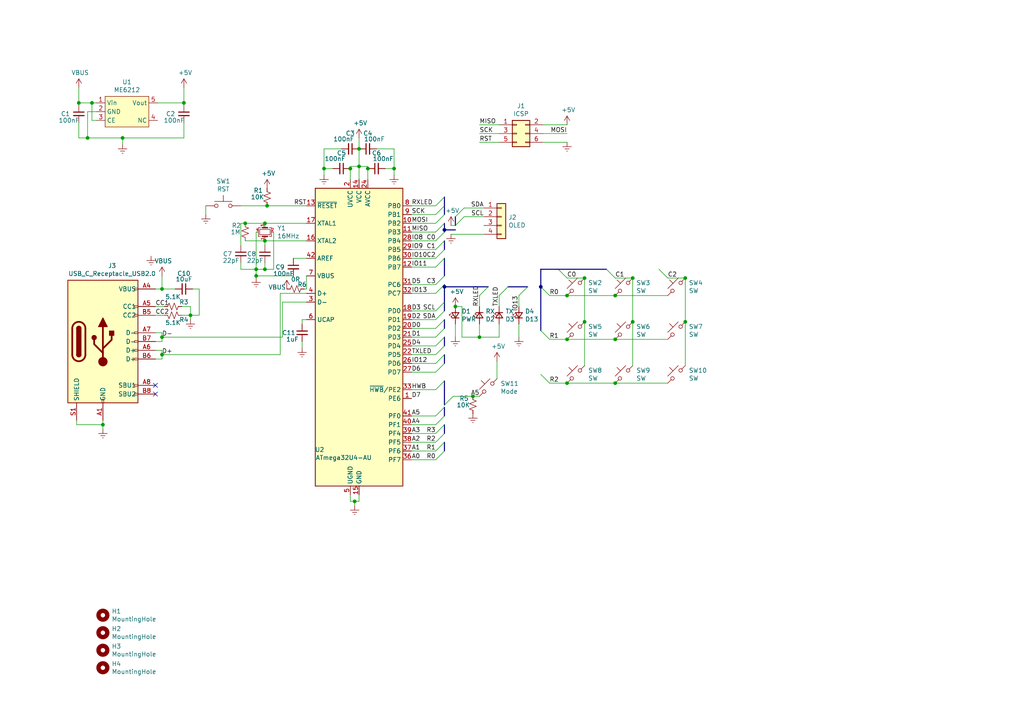
<source format=kicad_sch>
(kicad_sch (version 20200714) (host eeschema "(5.99.0-2326-ge7e1d5140)")
  (page 1 1)
  (paper "A4")
  (lib_symbols
    (symbol "Connector:USB_C_Receptacle_USB2.0"
      (property "Reference" "J" (at -10.16 19.05 0))
      (property "Value" "USB_C_Receptacle_USB2.0" (at 19.05 19.05 0))
      (symbol "USB_C_Receptacle_USB2.0_0_1"
        (arc (start -8.89 -3.81) (end -5.08 -3.81) (radius (at -6.985 -3.81) (length 1.905) (angles -179.9 -0.1)) (stroke (width 0.508)))
        (arc (start -7.62 -3.81) (end -6.35 -3.81) (radius (at -6.985 -3.81) (length 0.635) (angles -179.9 -0.1)) (stroke (width 0.254)))
        (arc (start -7.62 -3.81) (end -6.35 -3.81) (radius (at -6.985 -3.81) (length 0.635) (angles -179.9 -0.1)) (stroke (width 0.254)) (fill (type outline)))
        (arc (start -6.35 3.81) (end -7.62 3.81) (radius (at -6.985 3.81) (length 0.635) (angles 0.1 179.9)) (stroke (width 0.254)) (fill (type outline)))
        (arc (start -6.35 3.81) (end -7.62 3.81) (radius (at -6.985 3.81) (length 0.635) (angles 0.1 179.9)) (stroke (width 0.254)))
        (arc (start -5.08 3.81) (end -8.89 3.81) (radius (at -6.985 3.81) (length 1.905) (angles 0.1 179.9)) (stroke (width 0.508)))
        (circle (center -2.54 1.143) (radius 0.635) (stroke (width 0.254)) (fill (type outline)))
        (circle (center 0 -5.842) (radius 1.27) (fill (type outline)))
        (rectangle (start -10.16 17.78) (end 10.16 -17.78) (stroke (width 0.254)) (fill (type background)))
        (rectangle (start -7.62 -3.81) (end -6.35 3.81) (stroke (width 0.254)) (fill (type outline)))
        (rectangle (start 1.905 1.778) (end 3.175 3.048) (stroke (width 0.254)) (fill (type outline)))
        (polyline (pts (xy -8.89 -3.81) (xy -8.89 3.81)) (stroke (width 0.508)))
        (polyline (pts (xy -5.08 3.81) (xy -5.08 -3.81)) (stroke (width 0.508)))
        (polyline (pts (xy 0 -5.842) (xy 0 4.318)) (stroke (width 0.508)))
        (polyline (pts (xy 0 -3.302) (xy -2.54 -0.762) (xy -2.54 0.508)) (stroke (width 0.508)))
        (polyline (pts (xy 0 -2.032) (xy 2.54 0.508) (xy 2.54 1.778)) (stroke (width 0.508)))
        (polyline (pts (xy -1.27 4.318) (xy 0 6.858) (xy 1.27 4.318) (xy -1.27 4.318)) (stroke (width 0.254)) (fill (type outline)))
      )
      (symbol "USB_C_Receptacle_USB2.0_0_0"
        (rectangle (start -0.254 -17.78) (end 0.254 -16.764))
        (rectangle (start 10.16 -14.986) (end 9.144 -15.494))
        (rectangle (start 10.16 -12.446) (end 9.144 -12.954))
        (rectangle (start 10.16 -4.826) (end 9.144 -5.334))
        (rectangle (start 10.16 -2.286) (end 9.144 -2.794))
        (rectangle (start 10.16 0.254) (end 9.144 -0.254))
        (rectangle (start 10.16 2.794) (end 9.144 2.286))
        (rectangle (start 10.16 7.874) (end 9.144 7.366))
        (rectangle (start 10.16 10.414) (end 9.144 9.906))
        (rectangle (start 10.16 15.494) (end 9.144 14.986))
      )
      (symbol "USB_C_Receptacle_USB2.0_1_1"
        (pin power_in line (at 0 -22.86 90) (length 5.08) (name "GND") (number "A1"))
        (pin passive line (at 0 -22.86 90) (length 5.08) hide (name "GND") (number "A12"))
        (pin power_in line (at 15.24 15.24 180) (length 5.08) (name "VBUS") (number "A4"))
        (pin bidirectional line (at 15.24 10.16 180) (length 5.08) (name "CC1") (number "A5"))
        (pin bidirectional line (at 15.24 -2.54 180) (length 5.08) (name "D+") (number "A6"))
        (pin bidirectional line (at 15.24 2.54 180) (length 5.08) (name "D-") (number "A7"))
        (pin bidirectional line (at 15.24 -12.7 180) (length 5.08) (name "SBU1") (number "A8"))
        (pin passive line (at 15.24 15.24 180) (length 5.08) hide (name "VBUS") (number "A9"))
        (pin passive line (at 0 -22.86 90) (length 5.08) hide (name "GND") (number "B1"))
        (pin passive line (at 0 -22.86 90) (length 5.08) hide (name "GND") (number "B12"))
        (pin passive line (at 15.24 15.24 180) (length 5.08) hide (name "VBUS") (number "B4"))
        (pin bidirectional line (at 15.24 7.62 180) (length 5.08) (name "CC2") (number "B5"))
        (pin bidirectional line (at 15.24 -5.08 180) (length 5.08) (name "D+") (number "B6"))
        (pin bidirectional line (at 15.24 0 180) (length 5.08) (name "D-") (number "B7"))
        (pin bidirectional line (at 15.24 -15.24 180) (length 5.08) (name "SBU2") (number "B8"))
        (pin passive line (at 15.24 15.24 180) (length 5.08) hide (name "VBUS") (number "B9"))
        (pin passive line (at -7.62 -22.86 90) (length 5.08) (name "SHIELD") (number "S1"))
      )
    )
    (symbol "Connector_Generic:Conn_01x04" (pin_names hide)
      (property "Reference" "J" (at 0 5.08 0))
      (property "Value" "Conn_01x04" (at 0 -7.62 0))
      (symbol "Conn_01x04_1_1"
        (rectangle (start -1.27 -4.953) (end 0 -5.207))
        (rectangle (start -1.27 -2.413) (end 0 -2.667))
        (rectangle (start -1.27 2.667) (end 0 2.413))
        (rectangle (start -1.27 3.81) (end 1.27 -6.35) (stroke (width 0.254)) (fill (type background)))
        (rectangle (start -1.27 0.127) (end 0 -0.127))
        (pin passive line (at -5.08 2.54 0) (length 3.81) (name "Pin_1") (number "1"))
        (pin passive line (at -5.08 0 0) (length 3.81) (name "Pin_2") (number "2"))
        (pin passive line (at -5.08 -2.54 0) (length 3.81) (name "Pin_3") (number "3"))
        (pin passive line (at -5.08 -5.08 0) (length 3.81) (name "Pin_4") (number "4"))
      )
    )
    (symbol "Connector_Generic:Conn_02x03_Odd_Even" (pin_names hide)
      (property "Reference" "J" (at 1.27 5.08 0))
      (property "Value" "Conn_02x03_Odd_Even" (at 1.27 -5.08 0))
      (symbol "Conn_02x03_Odd_Even_1_1"
        (rectangle (start -1.27 -2.413) (end 0 -2.667))
        (rectangle (start -1.27 2.667) (end 0 2.413))
        (rectangle (start -1.27 3.81) (end 3.81 -3.81) (stroke (width 0.254)) (fill (type background)))
        (rectangle (start -1.27 0.127) (end 0 -0.127))
        (rectangle (start 3.81 -2.413) (end 2.54 -2.667))
        (rectangle (start 3.81 2.667) (end 2.54 2.413))
        (rectangle (start 3.81 0.127) (end 2.54 -0.127))
        (pin passive line (at -5.08 2.54 0) (length 3.81) (name "Pin_1") (number "1"))
        (pin passive line (at 7.62 2.54 180) (length 3.81) (name "Pin_2") (number "2"))
        (pin passive line (at -5.08 0 0) (length 3.81) (name "Pin_3") (number "3"))
        (pin passive line (at 7.62 0 180) (length 3.81) (name "Pin_4") (number "4"))
        (pin passive line (at -5.08 -2.54 0) (length 3.81) (name "Pin_5") (number "5"))
        (pin passive line (at 7.62 -2.54 180) (length 3.81) (name "Pin_6") (number "6"))
      )
    )
    (symbol "Device:C_Small" (pin_numbers hide) (pin_names (offset 0.254) hide)
      (property "Reference" "C" (at 0.254 1.778 0))
      (property "Value" "C_Small" (at 0.254 -2.032 0))
      (symbol "C_Small_0_1"
        (polyline (pts (xy -1.524 -0.508) (xy 1.524 -0.508)) (stroke (width 0.3302)))
        (polyline (pts (xy -1.524 0.508) (xy 1.524 0.508)) (stroke (width 0.3048)))
      )
      (symbol "C_Small_1_1"
        (pin passive line (at 0 2.54 270) (length 2.032) (name "~") (number "1"))
        (pin passive line (at 0 -2.54 90) (length 2.032) (name "~") (number "2"))
      )
    )
    (symbol "Device:C_Small_1" (pin_numbers hide) (pin_names (offset 0.254) hide)
      (property "Reference" "C" (at 0.254 1.778 0))
      (property "Value" "C_Small" (at 0.254 -2.032 0))
      (symbol "C_Small_1_0_1"
        (polyline (pts (xy -1.524 -0.508) (xy 1.524 -0.508)) (stroke (width 0.3302)))
        (polyline (pts (xy -1.524 0.508) (xy 1.524 0.508)) (stroke (width 0.3048)))
      )
      (symbol "C_Small_1_1_1"
        (pin passive line (at 0 2.54 270) (length 2.032) (name "~") (number "1"))
        (pin passive line (at 0 -2.54 90) (length 2.032) (name "~") (number "2"))
      )
    )
    (symbol "Device:C_Small_2" (pin_numbers hide) (pin_names (offset 0.254) hide)
      (property "Reference" "C" (at 0.254 1.778 0))
      (property "Value" "C_Small" (at 0.254 -2.032 0))
      (symbol "C_Small_2_0_1"
        (polyline (pts (xy -1.524 -0.508) (xy 1.524 -0.508)) (stroke (width 0.3302)))
        (polyline (pts (xy -1.524 0.508) (xy 1.524 0.508)) (stroke (width 0.3048)))
      )
      (symbol "C_Small_2_1_1"
        (pin passive line (at 0 2.54 270) (length 2.032) (name "~") (number "1"))
        (pin passive line (at 0 -2.54 90) (length 2.032) (name "~") (number "2"))
      )
    )
    (symbol "Device:Crystal_GND24_Small" (pin_names hide)
      (property "Reference" "Y" (at 1.27 4.445 0))
      (property "Value" "Crystal_GND24_Small" (at 1.27 2.54 0))
      (symbol "Crystal_GND24_Small_0_1"
        (rectangle (start -0.762 -1.524) (end 0.762 1.524))
        (polyline (pts (xy -1.27 -0.762) (xy -1.27 0.762)) (stroke (width 0.381)))
        (polyline (pts (xy 1.27 -0.762) (xy 1.27 0.762)) (stroke (width 0.381)))
        (polyline (pts (xy -1.27 -1.27) (xy -1.27 -1.905) (xy 1.27 -1.905) (xy 1.27 -1.27)))
        (polyline (pts (xy -1.27 1.27) (xy -1.27 1.905) (xy 1.27 1.905) (xy 1.27 1.27)))
      )
      (symbol "Crystal_GND24_Small_1_1"
        (pin passive line (at -2.54 0 0) (length 1.27) (name "1") (number "1"))
        (pin passive line (at 0 -2.54 90) (length 0.635) (name "2") (number "2"))
        (pin passive line (at 2.54 0 180) (length 1.27) (name "3") (number "3"))
        (pin passive line (at 0 2.54 270) (length 0.635) (name "4") (number "4"))
      )
    )
    (symbol "Device:LED_Small" (pin_numbers hide) (pin_names (offset 0.254) hide)
      (property "Reference" "D" (at -1.27 3.175 0))
      (property "Value" "LED_Small" (at -4.445 -2.54 0))
      (symbol "LED_Small_0_1"
        (polyline (pts (xy -0.762 -1.016) (xy -0.762 1.016)) (stroke (width 0.254)))
        (polyline (pts (xy 1.016 0) (xy -0.762 0)))
        (polyline (pts (xy 0.762 -1.016) (xy -0.762 0) (xy 0.762 1.016) (xy 0.762 -1.016)) (stroke (width 0.254)))
        (polyline (pts (xy 0 0.762) (xy -0.508 1.27) (xy -0.254 1.27) (xy -0.508 1.27) (xy -0.508 1.016)))
        (polyline (pts (xy 0.508 1.27) (xy 0 1.778) (xy 0.254 1.778) (xy 0 1.778) (xy 0 1.524)))
      )
      (symbol "LED_Small_1_1"
        (pin passive line (at -2.54 0 0) (length 1.778) (name "K") (number "1"))
        (pin passive line (at 2.54 0 180) (length 1.778) (name "A") (number "2"))
      )
    )
    (symbol "Device:R_Small_US" (pin_numbers hide) (pin_names (offset 0.254) hide)
      (property "Reference" "R" (at 0.762 0.508 0))
      (property "Value" "R_Small_US" (at 0.762 -1.016 0))
      (symbol "R_Small_US_1_1"
        (polyline (pts (xy 0 0) (xy 1.016 -0.381) (xy 0 -0.762) (xy -1.016 -1.143) (xy 0 -1.524)))
        (polyline (pts (xy 0 1.524) (xy 1.016 1.143) (xy 0 0.762) (xy -1.016 0.381) (xy 0 0)))
        (pin passive line (at 0 2.54 270) (length 1.016) (name "~") (number "1"))
        (pin passive line (at 0 -2.54 90) (length 1.016) (name "~") (number "2"))
      )
    )
    (symbol "Device:R_Small_US_1" (pin_numbers hide) (pin_names (offset 0.254) hide)
      (property "Reference" "R" (at 0.762 0.508 0))
      (property "Value" "R_Small_US" (at 0.762 -1.016 0))
      (symbol "R_Small_US_1_1_1"
        (polyline (pts (xy 0 0) (xy 1.016 -0.381) (xy 0 -0.762) (xy -1.016 -1.143) (xy 0 -1.524)))
        (polyline (pts (xy 0 1.524) (xy 1.016 1.143) (xy 0 0.762) (xy -1.016 0.381) (xy 0 0)))
        (pin passive line (at 0 2.54 270) (length 1.016) (name "~") (number "1"))
        (pin passive line (at 0 -2.54 90) (length 1.016) (name "~") (number "2"))
      )
    )
    (symbol "Device:R_Small_US_2" (pin_numbers hide) (pin_names (offset 0.254) hide)
      (property "Reference" "R" (at 0.762 0.508 0))
      (property "Value" "R_Small_US" (at 0.762 -1.016 0))
      (symbol "R_Small_US_2_1_1"
        (polyline (pts (xy 0 0) (xy 1.016 -0.381) (xy 0 -0.762) (xy -1.016 -1.143) (xy 0 -1.524)))
        (polyline (pts (xy 0 1.524) (xy 1.016 1.143) (xy 0 0.762) (xy -1.016 0.381) (xy 0 0)))
        (pin passive line (at 0 2.54 270) (length 1.016) (name "~") (number "1"))
        (pin passive line (at 0 -2.54 90) (length 1.016) (name "~") (number "2"))
      )
    )
    (symbol "MCU_Microchip_ATmega:ATmega32U4-AU" (pin_names (offset 0.508))
      (property "Reference" "U" (at -12.7 44.45 0))
      (property "Value" "ATmega32U4-AU" (at 2.54 -44.45 0))
      (symbol "ATmega32U4-AU_0_1"
        (rectangle (start -12.7 -43.18) (end 12.7 43.18) (stroke (width 0.254)) (fill (type background)))
      )
      (symbol "ATmega32U4-AU_1_1"
        (pin bidirectional line (at 15.24 -17.78 180) (length 2.54) (name "PE6") (number "1"))
        (pin bidirectional line (at 15.24 33.02 180) (length 2.54) (name "PB2") (number "10"))
        (pin bidirectional line (at 15.24 30.48 180) (length 2.54) (name "PB3") (number "11"))
        (pin bidirectional line (at 15.24 20.32 180) (length 2.54) (name "PB7") (number "12"))
        (pin input line (at -15.24 38.1 0) (length 2.54) (name "~RESET") (number "13"))
        (pin power_in line (at 0 45.72 270) (length 2.54) (name "VCC") (number "14"))
        (pin power_in line (at 0 -45.72 90) (length 2.54) (name "GND") (number "15"))
        (pin output line (at -15.24 27.94 0) (length 2.54) (name "XTAL2") (number "16"))
        (pin input line (at -15.24 33.02 0) (length 2.54) (name "XTAL1") (number "17"))
        (pin bidirectional line (at 15.24 7.62 180) (length 2.54) (name "PD0") (number "18"))
        (pin bidirectional line (at 15.24 5.08 180) (length 2.54) (name "PD1") (number "19"))
        (pin power_in line (at -2.54 45.72 270) (length 2.54) (name "UVCC") (number "2"))
        (pin bidirectional line (at 15.24 2.54 180) (length 2.54) (name "PD2") (number "20"))
        (pin bidirectional line (at 15.24 0 180) (length 2.54) (name "PD3") (number "21"))
        (pin bidirectional line (at 15.24 -5.08 180) (length 2.54) (name "PD5") (number "22"))
        (pin passive line (at 0 -45.72 90) (length 2.54) hide (name "GND") (number "23"))
        (pin power_in line (at 2.54 45.72 270) (length 2.54) (name "AVCC") (number "24"))
        (pin bidirectional line (at 15.24 -2.54 180) (length 2.54) (name "PD4") (number "25"))
        (pin bidirectional line (at 15.24 -7.62 180) (length 2.54) (name "PD6") (number "26"))
        (pin bidirectional line (at 15.24 -10.16 180) (length 2.54) (name "PD7") (number "27"))
        (pin bidirectional line (at 15.24 27.94 180) (length 2.54) (name "PB4") (number "28"))
        (pin bidirectional line (at 15.24 25.4 180) (length 2.54) (name "PB5") (number "29"))
        (pin bidirectional line (at -15.24 10.16 0) (length 2.54) (name "D-") (number "3"))
        (pin bidirectional line (at 15.24 22.86 180) (length 2.54) (name "PB6") (number "30"))
        (pin bidirectional line (at 15.24 15.24 180) (length 2.54) (name "PC6") (number "31"))
        (pin bidirectional line (at 15.24 12.7 180) (length 2.54) (name "PC7") (number "32"))
        (pin bidirectional line (at 15.24 -15.24 180) (length 2.54) (name "~HWB~/PE2") (number "33"))
        (pin passive line (at 0 45.72 270) (length 2.54) hide (name "VCC") (number "34"))
        (pin passive line (at 0 -45.72 90) (length 2.54) hide (name "GND") (number "35"))
        (pin bidirectional line (at 15.24 -35.56 180) (length 2.54) (name "PF7") (number "36"))
        (pin bidirectional line (at 15.24 -33.02 180) (length 2.54) (name "PF6") (number "37"))
        (pin bidirectional line (at 15.24 -30.48 180) (length 2.54) (name "PF5") (number "38"))
        (pin bidirectional line (at 15.24 -27.94 180) (length 2.54) (name "PF4") (number "39"))
        (pin bidirectional line (at -15.24 12.7 0) (length 2.54) (name "D+") (number "4"))
        (pin bidirectional line (at 15.24 -25.4 180) (length 2.54) (name "PF1") (number "40"))
        (pin bidirectional line (at 15.24 -22.86 180) (length 2.54) (name "PF0") (number "41"))
        (pin passive line (at -15.24 22.86 0) (length 2.54) (name "AREF") (number "42"))
        (pin passive line (at 0 -45.72 90) (length 2.54) hide (name "GND") (number "43"))
        (pin passive line (at 2.54 45.72 270) (length 2.54) hide (name "AVCC") (number "44"))
        (pin passive line (at -2.54 -45.72 90) (length 2.54) (name "UGND") (number "5"))
        (pin passive line (at -15.24 5.08 0) (length 2.54) (name "UCAP") (number "6"))
        (pin input line (at -15.24 17.78 0) (length 2.54) (name "VBUS") (number "7"))
        (pin bidirectional line (at 15.24 38.1 180) (length 2.54) (name "PB0") (number "8"))
        (pin bidirectional line (at 15.24 35.56 180) (length 2.54) (name "PB1") (number "9"))
      )
    )
    (symbol "Mechanical:MountingHole"
      (property "Reference" "H" (at 0 5.08 0))
      (property "Value" "MountingHole" (at 0 3.175 0))
      (symbol "MountingHole_0_1"
        (circle (center 0 0) (radius 1.27) (stroke (width 1.27)))
      )
    )
    (symbol "Switch:SW_Push" (pin_numbers hide) (pin_names hide)
      (property "Reference" "SW" (at 1.27 2.54 0))
      (property "Value" "SW_Push" (at 0 -1.524 0))
      (symbol "SW_Push_0_1"
        (circle (center -2.032 0) (radius 0.508))
        (circle (center 2.032 0) (radius 0.508))
        (polyline (pts (xy 0 1.27) (xy 0 3.048)))
        (polyline (pts (xy 2.54 1.27) (xy -2.54 1.27)))
        (pin passive line (at -5.08 0 0) (length 2.54) (name "1") (number "1"))
        (pin passive line (at 5.08 0 180) (length 2.54) (name "2") (number "2"))
      )
    )
    (symbol "Switch:SW_Push_45deg" (pin_numbers hide) (pin_names hide)
      (property "Reference" "SW" (at 3.048 1.016 0))
      (property "Value" "SW_Push_45deg" (at 0 -3.81 0))
      (symbol "SW_Push_45deg_0_1"
        (circle (center -1.1684 1.1684) (radius 0.508))
        (circle (center 1.143 -1.1938) (radius 0.508))
        (polyline (pts (xy -0.508 2.54) (xy 2.54 -0.508)))
        (polyline (pts (xy 1.016 1.016) (xy 2.032 2.032)))
        (polyline (pts (xy -2.54 2.54) (xy -1.524 1.524) (xy -1.524 1.524)))
        (polyline (pts (xy 1.524 -1.524) (xy 2.54 -2.54) (xy 2.54 -2.54) (xy 2.54 -2.54)))
        (pin passive line (at -2.54 2.54 0) (length 0) (name "1") (number "1"))
        (pin passive line (at 2.54 -2.54 180) (length 0) (name "2") (number "2"))
      )
    )
    (symbol "Switch:SW_Push_45deg_1" (pin_numbers hide) (pin_names hide)
      (property "Reference" "SW" (at 3.048 1.016 0))
      (property "Value" "SW_Push_45deg" (at 0 -3.81 0))
      (symbol "SW_Push_45deg_1_0_1"
        (circle (center -1.1684 1.1684) (radius 0.508))
        (circle (center 1.143 -1.1938) (radius 0.508))
        (polyline (pts (xy -0.508 2.54) (xy 2.54 -0.508)))
        (polyline (pts (xy 1.016 1.016) (xy 2.032 2.032)))
        (polyline (pts (xy -2.54 2.54) (xy -1.524 1.524) (xy -1.524 1.524)))
        (polyline (pts (xy 1.524 -1.524) (xy 2.54 -2.54) (xy 2.54 -2.54) (xy 2.54 -2.54)))
        (pin passive line (at -2.54 2.54 0) (length 0) (name "1") (number "1"))
        (pin passive line (at 2.54 -2.54 180) (length 0) (name "2") (number "2"))
      )
    )
    (symbol "Voltage_Regulators:ME6212"
      (property "Reference" "U" (at 5.08 5.715 0))
      (property "Value" "ME6212" (at -3.175 5.715 0))
      (symbol "ME6212_0_0"
        (text "" (at 0.635 -1.27 0) (effects (font (size 1.27 1.27))))
        (text "" (at -3.175 -2.54 0) (effects (font (size 1.27 1.27))))
      )
      (symbol "ME6212_0_1"
        (rectangle (start -6.35 4.445) (end 6.35 -4.445) (stroke (width 0.152)) (fill (type background)))
      )
      (symbol "ME6212_1_1"
        (pin input line (at -8.89 2.54 0) (length 2.54) (name "Vin") (number "1"))
        (pin input line (at -8.89 -2.54 0) (length 2.54) (name "CE") (number "3"))
        (pin input line (at 8.89 -2.54 180) (length 2.54) (name "NC") (number "4"))
        (pin input line (at 8.89 2.54 180) (length 2.54) (name "Vout") (number "5"))
        (pin input line (at -8.89 0 0) (length 2.54) (name "GND") (number "2"))
      )
    )
    (symbol "power:+5V" (power) (pin_names (offset 0))
      (property "Value" "+5V" (at 0 3.556 0))
      (symbol "+5V_0_1"
        (polyline (pts (xy -0.762 1.27) (xy 0 2.54)))
        (polyline (pts (xy 0 0) (xy 0 2.54)))
        (polyline (pts (xy 0 2.54) (xy 0.762 1.27)))
      )
      (symbol "+5V_1_1"
        (pin power_in line (at 0 0 90) (length 0) hide (name "+5V") (number "1"))
      )
    )
    (symbol "power:GNDREF" (power) (pin_names (offset 0))
      (property "Value" "GNDREF" (at 0 -3.81 0))
      (symbol "GNDREF_0_1"
        (polyline (pts (xy -0.635 -1.905) (xy 0.635 -1.905)))
        (polyline (pts (xy -0.127 -2.54) (xy 0.127 -2.54)))
        (polyline (pts (xy 0 -1.27) (xy 0 0)))
        (polyline (pts (xy 1.27 -1.27) (xy -1.27 -1.27)))
      )
      (symbol "GNDREF_1_1"
        (pin power_in line (at 0 0 270) (length 0) hide (name "GNDREF") (number "1"))
      )
    )
    (symbol "power:VBUS" (power) (pin_names (offset 0))
      (property "Value" "VBUS" (at 0 3.81 0))
      (symbol "VBUS_0_1"
        (polyline (pts (xy -0.762 1.27) (xy 0 2.54)))
        (polyline (pts (xy 0 0) (xy 0 2.54)))
        (polyline (pts (xy 0 2.54) (xy 0.762 1.27)))
      )
      (symbol "VBUS_1_1"
        (pin power_in line (at 0 0 90) (length 0) hide (name "VBUS") (number "1"))
      )
    )
  )
  (junction (at 22.86 29.845))
  (junction (at 25.4 40.005))
  (junction (at 26.67 29.845))
  (junction (at 29.845 123.19))
  (junction (at 35.56 40.005))
  (junction (at 46.99 83.82))
  (junction (at 46.99 97.79))
  (junction (at 46.99 102.87))
  (junction (at 53.34 29.845))
  (junction (at 55.245 91.44))
  (junction (at 71.12 64.77))
  (junction (at 74.295 78.105))
  (junction (at 74.295 80.01))
  (junction (at 76.835 64.77))
  (junction (at 76.835 69.85))
  (junction (at 76.835 78.105))
  (junction (at 77.47 59.69))
  (junction (at 93.98 48.895))
  (junction (at 101.6 48.895))
  (junction (at 102.87 145.415))
  (junction (at 104.14 43.18))
  (junction (at 104.14 48.26))
  (junction (at 106.68 48.895))
  (junction (at 114.3 48.895))
  (junction (at 132.08 88.9))
  (junction (at 137.16 114.935))
  (junction (at 139.065 97.79))
  (junction (at 164.465 85.725))
  (junction (at 164.465 98.425))
  (junction (at 164.465 111.125))
  (junction (at 169.545 80.645))
  (junction (at 169.545 93.345))
  (junction (at 178.435 85.725))
  (junction (at 178.435 98.425))
  (junction (at 178.435 111.125))
  (junction (at 183.515 80.645))
  (junction (at 183.515 93.345))
  (junction (at 198.755 80.645))
  (junction (at 198.755 93.345))
  (junction (at 128.905 66.675))
  (junction (at 128.905 83.185))
  (junction (at 156.845 83.185))
  (no_connect (at 45.085 111.76))
  (no_connect (at 45.085 114.3))
  (bus_entry (at 126.365 59.69) (size 2.54 -2.54) (stroke (width 0.1524)))
  (bus_entry (at 126.365 62.23) (size 2.54 -2.54) (stroke (width 0.1524)))
  (bus_entry (at 126.365 64.77) (size 2.54 -2.54) (stroke (width 0.1524)))
  (bus_entry (at 126.365 67.31) (size 2.54 -2.54) (stroke (width 0.1524)))
  (bus_entry (at 126.365 69.85) (size 2.54 -2.54) (stroke (width 0.1524)))
  (bus_entry (at 126.365 72.39) (size 2.54 -2.54) (stroke (width 0.1524)))
  (bus_entry (at 126.365 74.93) (size 2.54 -2.54) (stroke (width 0.1524)))
  (bus_entry (at 126.365 77.47) (size 2.54 -2.54) (stroke (width 0.1524)))
  (bus_entry (at 126.365 82.55) (size 2.54 -2.54) (stroke (width 0.1524)))
  (bus_entry (at 126.365 85.09) (size 2.54 -2.54) (stroke (width 0.1524)))
  (bus_entry (at 126.365 90.17) (size 2.54 -2.54) (stroke (width 0.1524)))
  (bus_entry (at 126.365 92.71) (size 2.54 -2.54) (stroke (width 0.1524)))
  (bus_entry (at 126.365 95.25) (size 2.54 -2.54) (stroke (width 0.1524)))
  (bus_entry (at 126.365 97.79) (size 2.54 -2.54) (stroke (width 0.1524)))
  (bus_entry (at 126.365 100.33) (size 2.54 -2.54) (stroke (width 0.1524)))
  (bus_entry (at 126.365 102.87) (size 2.54 -2.54) (stroke (width 0.1524)))
  (bus_entry (at 126.365 105.41) (size 2.54 -2.54) (stroke (width 0.1524)))
  (bus_entry (at 126.365 107.95) (size 2.54 -2.54) (stroke (width 0.1524)))
  (bus_entry (at 126.365 113.03) (size 2.54 -2.54) (stroke (width 0.1524)))
  (bus_entry (at 126.365 120.65) (size 2.54 -2.54) (stroke (width 0.1524)))
  (bus_entry (at 126.365 123.19) (size 2.54 -2.54) (stroke (width 0.1524)))
  (bus_entry (at 126.365 125.73) (size 2.54 -2.54) (stroke (width 0.1524)))
  (bus_entry (at 126.365 128.27) (size 2.54 -2.54) (stroke (width 0.1524)))
  (bus_entry (at 126.365 130.81) (size 2.54 -2.54) (stroke (width 0.1524)))
  (bus_entry (at 126.365 133.35) (size 2.54 -2.54) (stroke (width 0.1524)))
  (bus_entry (at 128.905 117.475) (size 2.54 -2.54) (stroke (width 0.1524)))
  (bus_entry (at 132.08 62.865) (size 2.54 -2.54) (stroke (width 0.1524)))
  (bus_entry (at 132.08 65.405) (size 2.54 -2.54) (stroke (width 0.1524)))
  (bus_entry (at 139.065 85.725) (size 2.54 -2.54) (stroke (width 0.1524)))
  (bus_entry (at 144.78 85.725) (size 2.54 -2.54) (stroke (width 0.1524)))
  (bus_entry (at 150.495 85.725) (size 2.54 -2.54) (stroke (width 0.1524)))
  (bus_entry (at 159.385 85.725) (size -2.54 -2.54) (stroke (width 0.1524)))
  (bus_entry (at 159.385 98.425) (size -2.54 -2.54) (stroke (width 0.1524)))
  (bus_entry (at 159.385 111.125) (size -2.54 -2.54) (stroke (width 0.1524)))
  (bus_entry (at 164.465 80.645) (size -2.54 -2.54) (stroke (width 0.1524)))
  (bus_entry (at 178.435 80.645) (size -2.54 -2.54) (stroke (width 0.1524)))
  (bus_entry (at 193.675 80.645) (size -2.54 -2.54) (stroke (width 0.1524)))
  (wire (pts (xy 22.225 121.92) (xy 22.225 123.19)))
  (wire (pts (xy 22.225 123.19) (xy 29.845 123.19)))
  (wire (pts (xy 22.86 29.845) (xy 22.86 25.4)))
  (wire (pts (xy 22.86 29.845) (xy 26.67 29.845)))
  (wire (pts (xy 22.86 30.48) (xy 22.86 29.845)))
  (wire (pts (xy 22.86 40.005) (xy 22.86 35.56)))
  (wire (pts (xy 25.4 32.385) (xy 25.4 40.005)))
  (wire (pts (xy 25.4 40.005) (xy 22.86 40.005)))
  (wire (pts (xy 26.67 29.845) (xy 27.94 29.845)))
  (wire (pts (xy 26.67 34.925) (xy 26.67 29.845)))
  (wire (pts (xy 27.94 32.385) (xy 25.4 32.385)))
  (wire (pts (xy 27.94 34.925) (xy 26.67 34.925)))
  (wire (pts (xy 29.845 121.92) (xy 29.845 123.19)))
  (wire (pts (xy 29.845 123.19) (xy 29.845 124.46)))
  (wire (pts (xy 35.56 40.005) (xy 25.4 40.005)))
  (wire (pts (xy 35.56 40.005) (xy 35.56 41.91)))
  (wire (pts (xy 45.085 83.82) (xy 46.99 83.82)))
  (wire (pts (xy 45.085 88.9) (xy 47.625 88.9)))
  (wire (pts (xy 45.085 91.44) (xy 47.625 91.44)))
  (wire (pts (xy 45.085 96.52) (xy 46.99 96.52)))
  (wire (pts (xy 45.085 101.6) (xy 46.99 101.6)))
  (wire (pts (xy 45.72 29.845) (xy 53.34 29.845)))
  (wire (pts (xy 46.99 80.01) (xy 46.99 83.82)))
  (wire (pts (xy 46.99 83.82) (xy 50.8 83.82)))
  (wire (pts (xy 46.99 96.52) (xy 46.99 97.79)))
  (wire (pts (xy 46.99 97.79) (xy 46.99 99.06)))
  (wire (pts (xy 46.99 97.79) (xy 81.915 97.79)))
  (wire (pts (xy 46.99 99.06) (xy 45.085 99.06)))
  (wire (pts (xy 46.99 101.6) (xy 46.99 102.87)))
  (wire (pts (xy 46.99 102.87) (xy 46.99 104.14)))
  (wire (pts (xy 46.99 102.87) (xy 81.28 102.87)))
  (wire (pts (xy 46.99 104.14) (xy 45.085 104.14)))
  (wire (pts (xy 52.705 88.9) (xy 55.245 88.9)))
  (wire (pts (xy 53.34 25.4) (xy 53.34 29.845)))
  (wire (pts (xy 53.34 29.845) (xy 53.34 30.48)))
  (wire (pts (xy 53.34 35.56) (xy 53.34 40.005)))
  (wire (pts (xy 53.34 40.005) (xy 35.56 40.005)))
  (wire (pts (xy 55.245 88.9) (xy 55.245 91.44)))
  (wire (pts (xy 55.245 91.44) (xy 52.705 91.44)))
  (wire (pts (xy 55.245 91.44) (xy 55.245 92.71)))
  (wire (pts (xy 55.88 83.82) (xy 57.785 83.82)))
  (wire (pts (xy 57.785 83.82) (xy 57.785 91.44)))
  (wire (pts (xy 57.785 91.44) (xy 55.245 91.44)))
  (wire (pts (xy 59.69 59.69) (xy 59.69 62.23)))
  (wire (pts (xy 69.85 59.69) (xy 77.47 59.69)))
  (wire (pts (xy 69.85 64.77) (xy 71.12 64.77)))
  (wire (pts (xy 69.85 71.12) (xy 69.85 64.77)))
  (wire (pts (xy 69.85 76.2) (xy 69.85 78.105)))
  (wire (pts (xy 69.85 78.105) (xy 74.295 78.105)))
  (wire (pts (xy 71.12 64.77) (xy 76.835 64.77)))
  (wire (pts (xy 71.12 69.85) (xy 76.835 69.85)))
  (wire (pts (xy 74.295 67.31) (xy 74.295 78.105)))
  (wire (pts (xy 74.295 78.105) (xy 74.295 80.01)))
  (wire (pts (xy 74.295 78.105) (xy 76.835 78.105)))
  (wire (pts (xy 74.295 80.01) (xy 74.295 80.645)))
  (wire (pts (xy 74.295 80.01) (xy 85.09 80.01)))
  (wire (pts (xy 76.835 64.77) (xy 88.9 64.77)))
  (wire (pts (xy 76.835 69.85) (xy 76.835 71.12)))
  (wire (pts (xy 76.835 69.85) (xy 88.9 69.85)))
  (wire (pts (xy 76.835 78.105) (xy 76.835 76.2)))
  (wire (pts (xy 76.835 78.105) (xy 79.375 78.105)))
  (wire (pts (xy 77.47 59.69) (xy 88.9 59.69)))
  (wire (pts (xy 79.375 67.31) (xy 79.375 78.105)))
  (wire (pts (xy 81.28 85.09) (xy 88.9 85.09)))
  (wire (pts (xy 81.28 102.87) (xy 81.28 85.09)))
  (wire (pts (xy 81.915 87.63) (xy 88.9 87.63)))
  (wire (pts (xy 81.915 97.79) (xy 81.915 87.63)))
  (wire (pts (xy 85.09 74.93) (xy 88.9 74.93)))
  (wire (pts (xy 87.63 92.71) (xy 87.63 93.98)))
  (wire (pts (xy 87.63 99.06) (xy 87.63 100.965)))
  (wire (pts (xy 88.9 80.01) (xy 88.9 83.82)))
  (wire (pts (xy 88.9 83.82) (xy 88.265 83.82)))
  (wire (pts (xy 88.9 92.71) (xy 87.63 92.71)))
  (wire (pts (xy 93.98 43.18) (xy 93.98 48.895)))
  (wire (pts (xy 93.98 48.895) (xy 93.98 50.8)))
  (wire (pts (xy 93.98 48.895) (xy 96.52 48.895)))
  (wire (pts (xy 99.06 43.18) (xy 93.98 43.18)))
  (wire (pts (xy 101.6 48.26) (xy 104.14 48.26)))
  (wire (pts (xy 101.6 48.895) (xy 101.6 48.26)))
  (wire (pts (xy 101.6 52.07) (xy 101.6 48.895)))
  (wire (pts (xy 101.6 143.51) (xy 101.6 145.415)))
  (wire (pts (xy 101.6 145.415) (xy 102.87 145.415)))
  (wire (pts (xy 102.87 145.415) (xy 102.87 146.685)))
  (wire (pts (xy 102.87 145.415) (xy 104.14 145.415)))
  (wire (pts (xy 104.14 40.005) (xy 104.14 43.18)))
  (wire (pts (xy 104.14 43.18) (xy 104.14 48.26)))
  (wire (pts (xy 104.14 48.26) (xy 104.14 52.07)))
  (wire (pts (xy 104.14 48.26) (xy 106.68 48.26)))
  (wire (pts (xy 104.14 145.415) (xy 104.14 143.51)))
  (wire (pts (xy 106.68 48.26) (xy 106.68 48.895)))
  (wire (pts (xy 106.68 48.895) (xy 106.68 52.07)))
  (wire (pts (xy 109.22 43.18) (xy 114.3 43.18)))
  (wire (pts (xy 114.3 43.18) (xy 114.3 48.895)))
  (wire (pts (xy 114.3 48.895) (xy 111.76 48.895)))
  (wire (pts (xy 114.3 48.895) (xy 114.3 50.8)))
  (wire (pts (xy 119.38 59.69) (xy 126.365 59.69)))
  (wire (pts (xy 119.38 62.23) (xy 126.365 62.23)))
  (wire (pts (xy 119.38 64.77) (xy 126.365 64.77)))
  (wire (pts (xy 119.38 67.31) (xy 126.365 67.31)))
  (wire (pts (xy 119.38 69.85) (xy 126.365 69.85)))
  (wire (pts (xy 119.38 72.39) (xy 126.365 72.39)))
  (wire (pts (xy 119.38 74.93) (xy 126.365 74.93)))
  (wire (pts (xy 119.38 77.47) (xy 126.365 77.47)))
  (wire (pts (xy 119.38 82.55) (xy 126.365 82.55)))
  (wire (pts (xy 119.38 85.09) (xy 126.365 85.09)))
  (wire (pts (xy 119.38 90.17) (xy 126.365 90.17)))
  (wire (pts (xy 119.38 92.71) (xy 126.365 92.71)))
  (wire (pts (xy 119.38 95.25) (xy 126.365 95.25)))
  (wire (pts (xy 119.38 97.79) (xy 126.365 97.79)))
  (wire (pts (xy 119.38 100.33) (xy 126.365 100.33)))
  (wire (pts (xy 119.38 102.87) (xy 126.365 102.87)))
  (wire (pts (xy 119.38 105.41) (xy 126.365 105.41)))
  (wire (pts (xy 119.38 107.95) (xy 126.365 107.95)))
  (wire (pts (xy 119.38 113.03) (xy 126.365 113.03)))
  (wire (pts (xy 119.38 120.65) (xy 126.365 120.65)))
  (wire (pts (xy 119.38 123.19) (xy 126.365 123.19)))
  (wire (pts (xy 119.38 125.73) (xy 126.365 125.73)))
  (wire (pts (xy 119.38 128.27) (xy 126.365 128.27)))
  (wire (pts (xy 119.38 130.81) (xy 126.365 130.81)))
  (wire (pts (xy 119.38 133.35) (xy 126.365 133.35)))
  (wire (pts (xy 130.81 65.405) (xy 140.335 65.405)))
  (wire (pts (xy 130.81 67.945) (xy 140.335 67.945)))
  (wire (pts (xy 131.445 114.935) (xy 137.16 114.935)))
  (wire (pts (xy 132.08 97.79) (xy 132.08 93.98)))
  (wire (pts (xy 133.985 88.9) (xy 132.08 88.9)))
  (wire (pts (xy 133.985 97.79) (xy 133.985 88.9)))
  (wire (pts (xy 134.62 60.325) (xy 140.335 60.325)))
  (wire (pts (xy 134.62 62.865) (xy 140.335 62.865)))
  (wire (pts (xy 137.16 114.935) (xy 139.065 114.935)))
  (wire (pts (xy 139.065 36.195) (xy 144.78 36.195)))
  (wire (pts (xy 139.065 38.735) (xy 144.78 38.735)))
  (wire (pts (xy 139.065 41.275) (xy 144.78 41.275)))
  (wire (pts (xy 139.065 85.725) (xy 139.065 88.9)))
  (wire (pts (xy 139.065 97.79) (xy 133.985 97.79)))
  (wire (pts (xy 139.065 97.79) (xy 139.065 93.98)))
  (wire (pts (xy 144.145 104.775) (xy 144.145 109.855)))
  (wire (pts (xy 144.78 85.725) (xy 144.78 88.9)))
  (wire (pts (xy 144.78 93.98) (xy 144.78 97.79)))
  (wire (pts (xy 144.78 97.79) (xy 139.065 97.79)))
  (wire (pts (xy 150.495 85.725) (xy 150.495 88.9)))
  (wire (pts (xy 150.495 97.79) (xy 150.495 93.98)))
  (wire (pts (xy 157.48 36.195) (xy 164.465 36.195)))
  (wire (pts (xy 157.48 38.735) (xy 164.465 38.735)))
  (wire (pts (xy 157.48 41.275) (xy 164.465 41.275)))
  (wire (pts (xy 159.385 85.725) (xy 164.465 85.725)))
  (wire (pts (xy 159.385 98.425) (xy 164.465 98.425)))
  (wire (pts (xy 159.385 111.125) (xy 164.465 111.125)))
  (wire (pts (xy 164.465 80.645) (xy 169.545 80.645)))
  (wire (pts (xy 164.465 85.725) (xy 178.435 85.725)))
  (wire (pts (xy 164.465 98.425) (xy 178.435 98.425)))
  (wire (pts (xy 164.465 111.125) (xy 178.435 111.125)))
  (wire (pts (xy 169.545 80.645) (xy 169.545 93.345)))
  (wire (pts (xy 169.545 93.345) (xy 169.545 106.045)))
  (wire (pts (xy 178.435 80.645) (xy 183.515 80.645)))
  (wire (pts (xy 178.435 85.725) (xy 193.675 85.725)))
  (wire (pts (xy 178.435 98.425) (xy 193.675 98.425)))
  (wire (pts (xy 178.435 111.125) (xy 193.675 111.125)))
  (wire (pts (xy 183.515 80.645) (xy 183.515 93.345)))
  (wire (pts (xy 183.515 93.345) (xy 183.515 106.045)))
  (wire (pts (xy 193.675 80.645) (xy 198.755 80.645)))
  (wire (pts (xy 198.755 80.645) (xy 198.755 93.345)))
  (wire (pts (xy 198.755 93.345) (xy 198.755 106.045)))
  (bus (pts (xy 128.905 57.15) (xy 128.905 59.69)))
  (bus (pts (xy 128.905 59.69) (xy 128.905 64.77)))
  (bus (pts (xy 128.905 64.77) (xy 128.905 66.675)))
  (bus (pts (xy 128.905 66.675) (xy 128.905 69.85)))
  (bus (pts (xy 128.905 66.675) (xy 132.08 66.675)))
  (bus (pts (xy 128.905 69.85) (xy 128.905 74.93)))
  (bus (pts (xy 128.905 74.93) (xy 128.905 82.55)))
  (bus (pts (xy 128.905 82.55) (xy 128.905 83.185)))
  (bus (pts (xy 128.905 83.185) (xy 128.905 87.63)))
  (bus (pts (xy 128.905 83.185) (xy 147.32 83.185)))
  (bus (pts (xy 128.905 87.63) (xy 128.905 92.71)))
  (bus (pts (xy 128.905 92.71) (xy 128.905 97.79)))
  (bus (pts (xy 128.905 97.79) (xy 128.905 102.87)))
  (bus (pts (xy 128.905 102.87) (xy 128.905 110.49)))
  (bus (pts (xy 128.905 110.49) (xy 128.905 118.11)))
  (bus (pts (xy 128.905 118.11) (xy 128.905 123.19)))
  (bus (pts (xy 128.905 123.19) (xy 128.905 128.27)))
  (bus (pts (xy 128.905 128.27) (xy 128.905 130.81)))
  (bus (pts (xy 132.08 62.865) (xy 132.08 66.675)))
  (bus (pts (xy 147.32 83.185) (xy 156.845 83.185)))
  (bus (pts (xy 156.845 78.105) (xy 156.845 83.185)))
  (bus (pts (xy 156.845 78.105) (xy 161.925 78.105)))
  (bus (pts (xy 156.845 83.185) (xy 156.845 108.585)))
  (bus (pts (xy 161.925 78.105) (xy 191.135 78.105)))
  (label "CC1" (at 45.085 88.9 0))
  (label "CC2" (at 45.085 91.44 0))
  (label "D-" (at 46.99 97.79 0))
  (label "D+" (at 46.99 102.87 0))
  (label "RST" (at 88.9 59.69 180))
  (label "RXLED" (at 119.38 59.69 0))
  (label "SCK" (at 119.38 62.23 0))
  (label "MOSI" (at 119.38 64.77 0))
  (label "MISO" (at 119.38 67.31 0))
  (label "IO8" (at 119.38 69.85 0))
  (label "IO9" (at 119.38 72.39 0))
  (label "IO10" (at 119.38 74.93 0))
  (label "IO11" (at 119.38 77.47 0))
  (label "D5" (at 119.38 82.55 0))
  (label "IO13" (at 119.38 85.09 0))
  (label "D3" (at 119.38 90.17 0))
  (label "D2" (at 119.38 92.71 0))
  (label "D0" (at 119.38 95.25 0))
  (label "D1" (at 119.38 97.79 0))
  (label "D4" (at 119.38 100.33 0))
  (label "TXLED" (at 119.38 102.87 0))
  (label "IO12" (at 119.38 105.41 0))
  (label "D6" (at 119.38 107.95 0))
  (label "HWB" (at 119.38 113.03 0))
  (label "D7" (at 119.38 115.57 0))
  (label "A5" (at 119.38 120.65 0))
  (label "A4" (at 119.38 123.19 0))
  (label "A3" (at 119.38 125.73 0))
  (label "A2" (at 119.38 128.27 0))
  (label "A1" (at 119.38 130.81 0))
  (label "A0" (at 119.38 133.35 0))
  (label "C0" (at 126.365 69.85 180))
  (label "C1" (at 126.365 72.39 180))
  (label "C2" (at 126.365 74.93 180))
  (label "C3" (at 126.365 82.55 180))
  (label "SCL" (at 126.365 90.17 180))
  (label "SDA" (at 126.365 92.71 180))
  (label "R3" (at 126.365 125.73 180))
  (label "R2" (at 126.365 128.27 180))
  (label "R1" (at 126.365 130.81 180))
  (label "R0" (at 126.365 133.35 180))
  (label "MISO" (at 139.065 36.195 0))
  (label "SCK" (at 139.065 38.735 0))
  (label "RST" (at 139.065 41.275 0))
  (label "RXLED" (at 139.065 88.9 90))
  (label "A5" (at 139.065 114.935 180))
  (label "SDA" (at 140.335 60.325 180))
  (label "SCL" (at 140.335 62.865 180))
  (label "TXLED" (at 144.78 88.9 90))
  (label "IO13" (at 150.495 85.725 270))
  (label "R0" (at 159.385 85.725 0))
  (label "R1" (at 159.385 98.425 0))
  (label "R2" (at 159.385 111.125 0))
  (label "MOSI" (at 164.465 38.735 180))
  (label "C0" (at 164.465 80.645 0))
  (label "C1" (at 178.435 80.645 0))
  (label "C2" (at 193.675 80.645 0))
  (symbol (lib_id "power:VBUS") (at 22.86 25.4 0) (unit 1)
    (property "Reference" "#PWR01" (effects hide))
    (property "Value" "VBUS" (at 23.241 21.082 0))
  )
  (symbol (lib_id "power:VBUS") (at 46.99 80.01 0) (unit 1)
    (property "Reference" "#PWR014" (effects hide))
    (property "Value" "VBUS" (at 47.3583 75.6856 0))
  )
  (symbol (lib_id "power:+5V") (at 53.34 25.4 0) (unit 1)
    (property "Reference" "#PWR02" (effects hide))
    (property "Value" "+5V" (at 53.721 21.082 0))
  )
  (symbol (lib_id "power:+5V") (at 77.47 54.61 0) (unit 1)
    (property "Reference" "#PWR09" (effects hide))
    (property "Value" "+5V" (at 77.851 50.292 0))
  )
  (symbol (lib_id "power:VBUS") (at 83.185 83.82 0) (unit 1)
    (property "Reference" "#PWR015" (effects hide))
    (property "Value" "VBUS" (at 80.391 83.312 0))
  )
  (symbol (lib_id "power:+5V") (at 104.14 40.005 0) (unit 1)
    (property "Reference" "#PWR04" (effects hide))
    (property "Value" "+5V" (at 104.5083 35.6806 0))
  )
  (symbol (lib_id "power:+5V") (at 130.81 65.405 0) (unit 1)
    (property "Reference" "#PWR011" (effects hide))
    (property "Value" "+5V" (at 131.191 61.087 0))
  )
  (symbol (lib_id "power:+5V") (at 132.08 88.9 0) (unit 1)
    (property "Reference" "#PWR017" (effects hide))
    (property "Value" "+5V" (at 132.461 84.582 0))
  )
  (symbol (lib_id "power:+5V") (at 144.145 104.775 0) (unit 1)
    (property "Reference" "#PWR022" (effects hide))
    (property "Value" "+5V" (at 144.526 100.457 0))
  )
  (symbol (lib_id "power:+5V") (at 164.465 36.195 0) (unit 1)
    (property "Reference" "#PWR03" (effects hide))
    (property "Value" "+5V" (at 164.846 31.877 0))
  )
  (symbol (lib_id "power:GNDREF") (at 29.845 124.46 0) (unit 1)
    (property "Reference" "#PWR024" (effects hide))
    (property "Value" "GNDREF" (effects hide))
  )
  (symbol (lib_id "power:GNDREF") (at 35.56 41.91 0) (unit 1)
    (property "Reference" "#PWR06" (effects hide))
    (property "Value" "GNDREF" (effects hide))
  )
  (symbol (lib_id "power:GNDREF") (at 43.815 74.295 0) (unit 1)
    (property "Reference" "#PWR013" (effects hide))
    (property "Value" "GNDREF" (effects hide))
  )
  (symbol (lib_id "power:GNDREF") (at 55.245 92.71 0) (unit 1)
    (property "Reference" "#PWR018" (effects hide))
    (property "Value" "GNDREF" (effects hide))
  )
  (symbol (lib_id "power:GNDREF") (at 59.69 62.23 0) (unit 1)
    (property "Reference" "#PWR010" (effects hide))
    (property "Value" "GNDREF" (effects hide))
  )
  (symbol (lib_id "power:GNDREF") (at 74.295 80.645 0) (unit 1)
    (property "Reference" "#PWR016" (effects hide))
    (property "Value" "GNDREF" (effects hide))
  )
  (symbol (lib_id "power:GNDREF") (at 87.63 100.965 0) (unit 1)
    (property "Reference" "#PWR021" (effects hide))
    (property "Value" "GNDREF" (effects hide))
  )
  (symbol (lib_id "power:GNDREF") (at 93.98 50.8 0) (unit 1)
    (property "Reference" "#PWR07" (effects hide))
    (property "Value" "GNDREF" (effects hide))
  )
  (symbol (lib_id "power:GNDREF") (at 102.87 146.685 0) (unit 1)
    (property "Reference" "#PWR025" (effects hide))
    (property "Value" "GNDREF" (effects hide))
  )
  (symbol (lib_id "power:GNDREF") (at 114.3 50.8 0) (unit 1)
    (property "Reference" "#PWR08" (effects hide))
    (property "Value" "GNDREF" (effects hide))
  )
  (symbol (lib_id "power:GNDREF") (at 130.81 67.945 0) (unit 1)
    (property "Reference" "#PWR012" (effects hide))
    (property "Value" "GNDREF" (effects hide))
  )
  (symbol (lib_id "power:GNDREF") (at 132.08 97.79 0) (unit 1)
    (property "Reference" "#PWR019" (effects hide))
    (property "Value" "GNDREF" (effects hide))
  )
  (symbol (lib_id "power:GNDREF") (at 137.16 120.015 0) (unit 1)
    (property "Reference" "#PWR023" (effects hide))
    (property "Value" "GNDREF" (effects hide))
  )
  (symbol (lib_id "power:GNDREF") (at 150.495 97.79 0) (unit 1)
    (property "Reference" "#PWR020" (effects hide))
    (property "Value" "GNDREF" (effects hide))
  )
  (symbol (lib_id "power:GNDREF") (at 164.465 41.275 0) (unit 1)
    (property "Reference" "#PWR05" (effects hide))
    (property "Value" "GNDREF" (effects hide))
  )
  (symbol (lib_id "Device:R_Small_US") (at 50.165 88.9 90) (unit 1)
    (property "Reference" "R3" (at 53.34 87.6108 90))
    (property "Value" "5.1K" (at 50.165 86.0995 90))
    (property "Footprint" "Resistor_SMD:R_0805_2012Metric" (effects hide))
  )
  (symbol (lib_id "Device:R_Small_US") (at 50.165 91.44 90) (mirror x) (unit 1)
    (property "Reference" "R4" (at 53.34 92.7354 90))
    (property "Value" "5.1K" (at 50.165 93.599 90))
    (property "Footprint" "Resistor_SMD:R_0805_2012Metric" (effects hide))
  )
  (symbol (lib_id "Device:R_Small_US") (at 71.12 67.31 180) (unit 1)
    (property "Reference" "R2" (at 68.5546 65.405 0))
    (property "Value" "1M" (at 68.326 67.31 0))
    (property "Footprint" "Resistor_SMD:R_0805_2012Metric" (effects hide))
  )
  (symbol (lib_id "Device:R_Small_US") (at 77.47 57.15 180) (unit 1)
    (property "Reference" "R1" (at 74.9046 55.245 0))
    (property "Value" "10K" (at 74.676 57.15 0))
    (property "Footprint" "Resistor_SMD:R_0805_2012Metric" (effects hide))
  )
  (symbol (lib_name "Device:R_Small_US_2") (lib_id "Device:R_Small_US") (at 85.725 83.82 90) (unit 1)
    (property "Reference" "R6" (at 87.63 82.5308 90))
    (property "Value" "0R" (at 85.725 81.0195 90))
    (property "Footprint" "Resistor_SMD:R_0805_2012Metric" (effects hide))
  )
  (symbol (lib_name "Device:R_Small_US_1") (lib_id "Device:R_Small_US") (at 137.16 117.475 180) (unit 1)
    (property "Reference" "R5" (at 134.595 115.57 0))
    (property "Value" "10K" (at 134.366 117.475 0))
    (property "Footprint" "Resistor_SMD:R_0805_2012Metric" (effects hide))
  )
  (symbol (lib_id "Mechanical:MountingHole") (at 29.845 178.435 0) (unit 1)
    (property "Reference" "H1" (at 32.385 177.292 0) (effects (justify left)))
    (property "Value" "MountingHole" (at 32.385 179.578 0) (effects (justify left)))
    (property "Footprint" "MountingHole:MountingHole_2.2mm_M2_Pad_Via" (effects hide))
  )
  (symbol (lib_id "Mechanical:MountingHole") (at 29.845 183.515 0) (unit 1)
    (property "Reference" "H2" (at 32.3851 182.3656 0) (effects (justify left)))
    (property "Value" "MountingHole" (at 32.3851 184.6643 0) (effects (justify left)))
    (property "Footprint" "MountingHole:MountingHole_2.2mm_M2_Pad_Via" (effects hide))
  )
  (symbol (lib_id "Mechanical:MountingHole") (at 29.845 188.595 0) (unit 1)
    (property "Reference" "H3" (at 32.385 187.452 0) (effects (justify left)))
    (property "Value" "MountingHole" (at 32.385 189.738 0) (effects (justify left)))
    (property "Footprint" "MountingHole:MountingHole_2.2mm_M2_Pad_Via" (effects hide))
  )
  (symbol (lib_id "Mechanical:MountingHole") (at 29.845 193.675 0) (unit 1)
    (property "Reference" "H4" (at 32.385 192.532 0) (effects (justify left)))
    (property "Value" "MountingHole" (at 32.385 194.818 0) (effects (justify left)))
    (property "Footprint" "MountingHole:MountingHole_2.2mm_M2_Pad_Via" (effects hide))
  )
  (symbol (lib_id "Device:LED_Small") (at 132.08 91.44 90) (unit 1)
    (property "Reference" "D1" (at 133.8581 90.2906 90) (effects (justify right)))
    (property "Value" "PWR" (at 133.8581 92.5893 90) (effects (justify right)))
    (property "Footprint" "LED_SMD:LED_0805_2012Metric" (effects hide))
  )
  (symbol (lib_id "Device:LED_Small") (at 139.065 91.44 90) (mirror x) (unit 1)
    (property "Reference" "D2" (at 140.843 92.583 90) (effects (justify right)))
    (property "Value" "RX" (at 140.843 90.297 90) (effects (justify right)))
    (property "Footprint" "LED_SMD:LED_0805_2012Metric" (effects hide))
  )
  (symbol (lib_id "Device:LED_Small") (at 144.78 91.44 90) (mirror x) (unit 1)
    (property "Reference" "D3" (at 146.558 92.583 90) (effects (justify right)))
    (property "Value" "TX" (at 146.558 90.297 90) (effects (justify right)))
    (property "Footprint" "LED_SMD:LED_0805_2012Metric" (effects hide))
  )
  (symbol (lib_id "Device:LED_Small") (at 150.495 91.44 90) (unit 1)
    (property "Reference" "D4" (at 152.273 90.297 90) (effects (justify right)))
    (property "Value" "D13" (at 152.273 92.583 90) (effects (justify right)))
    (property "Footprint" "LED_SMD:LED_0805_2012Metric" (effects hide))
  )
  (symbol (lib_name "Device:C_Small_1") (lib_id "Device:C_Small") (at 22.86 33.02 0) (mirror y) (unit 1)
    (property "Reference" "C1" (at 18.999 33.02 0))
    (property "Value" "100nF" (at 20.015 34.925 0))
    (property "Footprint" "Capacitor_SMD:C_0805_2012Metric" (effects hide))
  )
  (symbol (lib_name "Device:C_Small_2") (lib_id "Device:C_Small") (at 53.34 33.02 0) (mirror y) (unit 1)
    (property "Reference" "C2" (at 49.479 33.02 0))
    (property "Value" "100nF" (at 50.4952 34.925 0))
    (property "Footprint" "Capacitor_SMD:C_0805_2012Metric" (effects hide))
  )
  (symbol (lib_id "Device:C_Small") (at 53.34 83.82 270) (mirror x) (unit 1)
    (property "Reference" "C10" (at 53.34 79.3242 90))
    (property "Value" "10uF" (at 53.34 80.9752 90))
    (property "Footprint" "Capacitor_SMD:CP_Elec_4x5.4" (effects hide))
  )
  (symbol (lib_id "Device:C_Small") (at 69.85 73.66 0) (mirror y) (unit 1)
    (property "Reference" "C7" (at 65.9892 73.66 0))
    (property "Value" "22pF" (at 67.0052 75.565 0))
    (property "Footprint" "Capacitor_SMD:C_0805_2012Metric" (effects hide))
  )
  (symbol (lib_id "Device:C_Small") (at 76.835 73.66 0) (mirror y) (unit 1)
    (property "Reference" "C8" (at 72.9742 73.66 0))
    (property "Value" "22pF" (at 73.99 75.565 0))
    (property "Footprint" "Capacitor_SMD:C_0805_2012Metric" (effects hide))
  )
  (symbol (lib_id "Device:C_Small") (at 85.09 77.47 0) (mirror y) (unit 1)
    (property "Reference" "C9" (at 81.2292 77.47 0))
    (property "Value" "100nF" (at 82.2452 79.375 0))
    (property "Footprint" "Capacitor_SMD:C_0805_2012Metric" (effects hide))
  )
  (symbol (lib_id "Device:C_Small") (at 87.63 96.52 0) (mirror y) (unit 1)
    (property "Reference" "C11" (at 83.7692 96.52 0))
    (property "Value" "1uF" (at 84.7852 98.425 0))
    (property "Footprint" "Capacitor_SMD:C_0805_2012Metric" (effects hide))
  )
  (symbol (lib_id "Device:C_Small") (at 99.06 48.895 270) (mirror x) (unit 1)
    (property "Reference" "C5" (at 99.06 44.3992 90))
    (property "Value" "100nF" (at 97.155 46.0502 90))
    (property "Footprint" "Capacitor_SMD:C_0805_2012Metric" (effects hide))
  )
  (symbol (lib_id "Device:C_Small") (at 101.6 43.18 270) (mirror x) (unit 1)
    (property "Reference" "C3" (at 101.6 38.6842 90))
    (property "Value" "100nF" (at 99.695 40.3352 90))
    (property "Footprint" "Capacitor_SMD:C_0805_2012Metric" (effects hide))
  )
  (symbol (lib_id "Device:C_Small") (at 106.68 43.18 90) (unit 1)
    (property "Reference" "C4" (at 106.68 38.6777 90))
    (property "Value" "100nF" (at 108.585 40.3414 90))
    (property "Footprint" "Capacitor_SMD:C_0805_2012Metric" (effects hide))
  )
  (symbol (lib_id "Device:C_Small") (at 109.22 48.895 90) (unit 1)
    (property "Reference" "C6" (at 109.22 44.3992 90))
    (property "Value" "100nF" (at 111.125 46.0502 90))
    (property "Footprint" "Capacitor_SMD:C_0805_2012Metric" (effects hide))
  )
  (symbol (lib_id "Device:Crystal_GND24_Small") (at 76.835 67.31 90) (unit 1)
    (property "Reference" "Y1" (at 80.3911 66.1606 90) (effects (justify right)))
    (property "Value" "16MHz" (at 80.3911 68.4593 90) (effects (justify right)))
    (property "Footprint" "Crystal:Crystal_SMD_3225-4Pin_3.2x2.5mm" (effects hide))
  )
  (symbol (lib_name "Switch:SW_Push_45deg_1") (lib_id "Switch:SW_Push_45deg") (at 141.605 112.395 90) (unit 1)
    (property "Reference" "SW11" (at 145.161 111.252 90) (effects (justify right)))
    (property "Value" "Mode" (at 145.161 113.538 90) (effects (justify right)))
    (property "Footprint" "Button_Switch_THT:SW_PUSH_6mm" (effects hide))
  )
  (symbol (lib_id "Switch:SW_Push_45deg") (at 167.005 83.185 90) (unit 1)
    (property "Reference" "SW2" (at 170.5611 82.0356 90) (effects (justify right)))
    (property "Value" "SW" (at 170.5611 84.3343 90) (effects (justify right)))
    (property "Footprint" "Button_Switch_Keyboard:SW_Cherry_MX_1.00u_PCB" (effects hide))
  )
  (symbol (lib_id "Switch:SW_Push_45deg") (at 167.005 95.885 90) (unit 1)
    (property "Reference" "SW5" (at 170.561 94.742 90) (effects (justify right)))
    (property "Value" "SW" (at 170.561 97.028 90) (effects (justify right)))
    (property "Footprint" "Button_Switch_Keyboard:SW_Cherry_MX_1.00u_PCB" (effects hide))
  )
  (symbol (lib_id "Switch:SW_Push_45deg") (at 167.005 108.585 90) (unit 1)
    (property "Reference" "SW8" (at 170.561 107.442 90) (effects (justify right)))
    (property "Value" "SW" (at 170.561 109.728 90) (effects (justify right)))
    (property "Footprint" "Button_Switch_Keyboard:SW_Cherry_MX_1.00u_PCB" (effects hide))
  )
  (symbol (lib_id "Switch:SW_Push_45deg") (at 180.975 83.185 90) (unit 1)
    (property "Reference" "SW3" (at 184.531 82.042 90) (effects (justify right)))
    (property "Value" "SW" (at 184.531 84.328 90) (effects (justify right)))
    (property "Footprint" "Button_Switch_Keyboard:SW_Cherry_MX_1.00u_PCB" (effects hide))
  )
  (symbol (lib_id "Switch:SW_Push_45deg") (at 180.975 95.885 90) (unit 1)
    (property "Reference" "SW6" (at 184.531 94.742 90) (effects (justify right)))
    (property "Value" "SW" (at 184.531 97.028 90) (effects (justify right)))
    (property "Footprint" "Button_Switch_Keyboard:SW_Cherry_MX_1.00u_PCB" (effects hide))
  )
  (symbol (lib_id "Switch:SW_Push_45deg") (at 180.975 108.585 90) (unit 1)
    (property "Reference" "SW9" (at 184.531 107.442 90) (effects (justify right)))
    (property "Value" "SW" (at 184.531 109.728 90) (effects (justify right)))
    (property "Footprint" "Button_Switch_Keyboard:SW_Cherry_MX_1.00u_PCB" (effects hide))
  )
  (symbol (lib_id "Switch:SW_Push_45deg") (at 196.215 83.185 90) (unit 1)
    (property "Reference" "SW4" (at 199.771 82.042 90) (effects (justify right)))
    (property "Value" "SW" (at 199.771 84.328 90) (effects (justify right)))
    (property "Footprint" "Button_Switch_Keyboard:SW_Cherry_MX_1.00u_PCB" (effects hide))
  )
  (symbol (lib_id "Switch:SW_Push_45deg") (at 196.215 95.885 90) (unit 1)
    (property "Reference" "SW7" (at 199.771 94.742 90) (effects (justify right)))
    (property "Value" "SW" (at 199.771 97.028 90) (effects (justify right)))
    (property "Footprint" "Button_Switch_Keyboard:SW_Cherry_MX_1.00u_PCB" (effects hide))
  )
  (symbol (lib_id "Switch:SW_Push_45deg") (at 196.215 108.585 90) (unit 1)
    (property "Reference" "SW10" (at 199.771 107.442 90) (effects (justify right)))
    (property "Value" "SW" (at 199.771 109.728 90) (effects (justify right)))
    (property "Footprint" "Button_Switch_Keyboard:SW_Cherry_MX_1.00u_PCB" (effects hide))
  )
  (symbol (lib_id "Switch:SW_Push") (at 64.77 59.69 0) (unit 1)
    (property "Reference" "SW1" (at 64.77 52.5588 0))
    (property "Value" "RST" (at 64.77 54.8575 0))
    (property "Footprint" "Button_Switch_SMD:SW_SPST_TL3342" (effects hide))
  )
  (symbol (lib_id "Connector_Generic:Conn_01x04") (at 145.415 62.865 0) (unit 1)
    (property "Reference" "J2" (at 147.4471 63.0364 0) (effects (justify left)))
    (property "Value" "OLED" (at 147.4471 65.3351 0) (effects (justify left)))
    (property "Footprint" "Custom_Vertical_1x_2.54mm_Pin_Header:PinHeader_1x04_P2.54mm_Vertical" (effects hide))
  )
  (symbol (lib_id "Connector_Generic:Conn_02x03_Odd_Even") (at 149.86 38.735 0) (unit 1)
    (property "Reference" "J1" (at 151.13 30.7148 0))
    (property "Value" "ICSP" (at 151.13 33.014 0))
    (property "Footprint" "Custom_Vertical_2x_2.54mm_Pin_Header:PinHeader_2x03_P2.54mm_Vertical" (effects hide))
  )
  (symbol (lib_id "Voltage_Regulators:ME6212") (at 36.83 32.385 0) (unit 1)
    (property "Reference" "U1" (at 36.83 23.7808 0))
    (property "Value" "ME6212" (at 36.83 26.0795 0))
    (property "Footprint" "Package_TO_SOT_SMD:SOT-23-5" (effects hide))
  )
  (symbol (lib_id "Connector:USB_C_Receptacle_USB2.0") (at 29.845 99.06 0) (unit 1)
    (property "Reference" "J3" (at 32.512 77.0698 0))
    (property "Value" "USB_C_Receptacle_USB2.0" (at 32.512 79.3685 0))
    (property "Footprint" "Connector_USB:USB_C_Receptacle_HRO_TYPE-C-31-M-12" (effects hide))
    (property "Datasheet" "https://www.usb.org/sites/default/files/documents/usb_type-c.zip" (effects hide))
  )
  (symbol (lib_id "MCU_Microchip_ATmega:ATmega32U4-AU") (at 104.14 97.79 0) (unit 1)
    (property "Reference" "U2" (at 92.71 130.4354 0))
    (property "Value" "ATmega32U4-AU" (at 99.695 132.7341 0))
    (property "Footprint" "Package_QFP:TQFP-44_10x10mm_P0.8mm" (effects hide))
    (property "Datasheet" "http://ww1.microchip.com/downloads/en/DeviceDoc/Atmel-7766-8-bit-AVR-ATmega16U4-32U4_Datasheet.pdf" (effects hide))
  )
)
</source>
